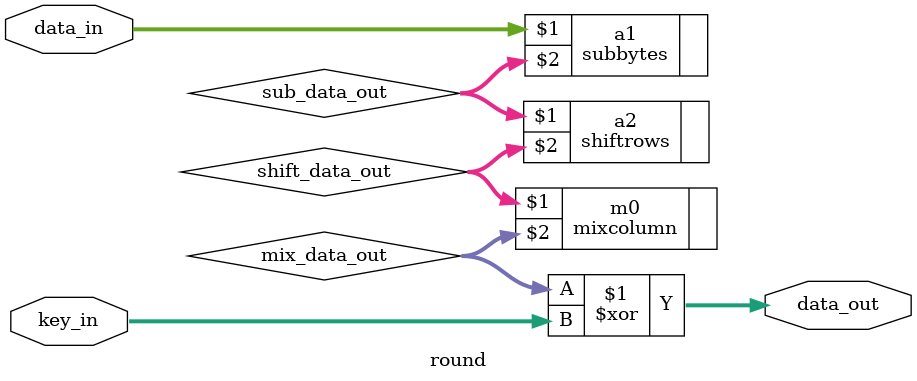
<source format=v>
module round(data_in,key_in,data_out);
/*verilator hier_block*/
input [127:0]data_in,key_in;
output [127:0] data_out;

wire [127:0]sub_data_out,shift_data_out,mix_data_out; 

subbytes a1(data_in,sub_data_out);
shiftrows a2(sub_data_out,shift_data_out);
mixcolumn m0(shift_data_out, mix_data_out);
assign data_out=mix_data_out^key_in;
endmodule
</source>
